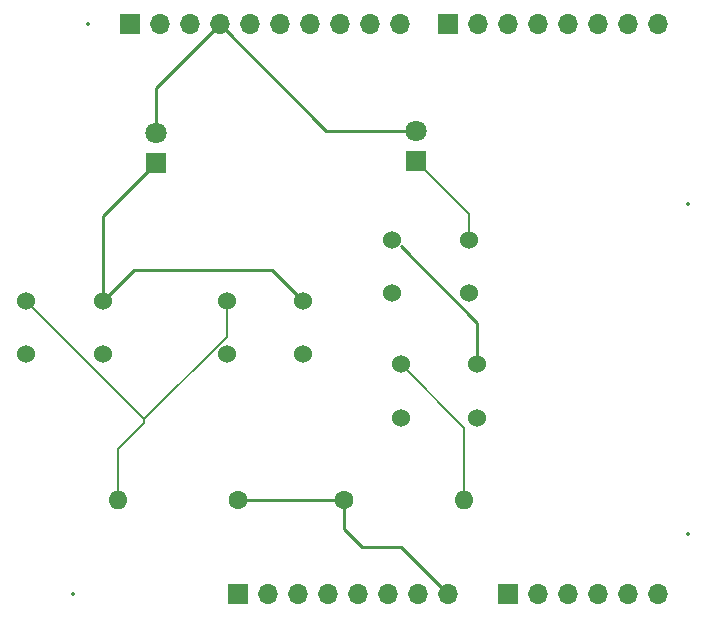
<source format=gtl>
%TF.GenerationSoftware,KiCad,Pcbnew,8.0.0*%
%TF.CreationDate,2024-03-19T17:26:08-04:00*%
%TF.ProjectId,1_arduino_project,315f6172-6475-4696-9e6f-5f70726f6a65,rev?*%
%TF.SameCoordinates,Original*%
%TF.FileFunction,Copper,L1,Top*%
%TF.FilePolarity,Positive*%
%FSLAX46Y46*%
G04 Gerber Fmt 4.6, Leading zero omitted, Abs format (unit mm)*
G04 Created by KiCad (PCBNEW 8.0.0) date 2024-03-19 17:26:08*
%MOMM*%
%LPD*%
G01*
G04 APERTURE LIST*
%TA.AperFunction,ComponentPad*%
%ADD10R,1.700000X1.700000*%
%TD*%
%TA.AperFunction,ComponentPad*%
%ADD11O,1.700000X1.700000*%
%TD*%
%TA.AperFunction,ComponentPad*%
%ADD12C,1.600000*%
%TD*%
%TA.AperFunction,ComponentPad*%
%ADD13O,1.600000X1.600000*%
%TD*%
%TA.AperFunction,ComponentPad*%
%ADD14C,1.524000*%
%TD*%
%TA.AperFunction,ComponentPad*%
%ADD15R,1.800000X1.800000*%
%TD*%
%TA.AperFunction,ComponentPad*%
%ADD16C,1.800000*%
%TD*%
%TA.AperFunction,Conductor*%
%ADD17C,0.250000*%
%TD*%
%TA.AperFunction,Conductor*%
%ADD18C,0.200000*%
%TD*%
%ADD19C,0.350000*%
G04 APERTURE END LIST*
D10*
%TO.P,J1,1,Pin_1*%
%TO.N,unconnected-(J1-Pin_1-Pad1)*%
X27940000Y2540000D03*
D11*
%TO.P,J1,2,Pin_2*%
%TO.N,/IOREF*%
X30480000Y2540000D03*
%TO.P,J1,3,Pin_3*%
%TO.N,/~{RESET}*%
X33020000Y2540000D03*
%TO.P,J1,4,Pin_4*%
%TO.N,+3V3*%
X35560000Y2540000D03*
%TO.P,J1,5,Pin_5*%
%TO.N,+5V*%
X38100000Y2540000D03*
%TO.P,J1,6,Pin_6*%
%TO.N,GND*%
X40640000Y2540000D03*
%TO.P,J1,7,Pin_7*%
X43180000Y2540000D03*
%TO.P,J1,8,Pin_8*%
%TO.N,VCC*%
X45720000Y2540000D03*
%TD*%
D10*
%TO.P,J3,1,Pin_1*%
%TO.N,/A0*%
X50800000Y2540000D03*
D11*
%TO.P,J3,2,Pin_2*%
%TO.N,/A1*%
X53340000Y2540000D03*
%TO.P,J3,3,Pin_3*%
%TO.N,/A2*%
X55880000Y2540000D03*
%TO.P,J3,4,Pin_4*%
%TO.N,/A3*%
X58420000Y2540000D03*
%TO.P,J3,5,Pin_5*%
%TO.N,/SDA{slash}A4*%
X60960000Y2540000D03*
%TO.P,J3,6,Pin_6*%
%TO.N,/SCL{slash}A5*%
X63500000Y2540000D03*
%TD*%
D10*
%TO.P,J2,1,Pin_1*%
%TO.N,/SCL{slash}A5*%
X18796000Y50800000D03*
D11*
%TO.P,J2,2,Pin_2*%
%TO.N,/SDA{slash}A4*%
X21336000Y50800000D03*
%TO.P,J2,3,Pin_3*%
%TO.N,/AREF*%
X23876000Y50800000D03*
%TO.P,J2,4,Pin_4*%
%TO.N,GND*%
X26416000Y50800000D03*
%TO.P,J2,5,Pin_5*%
%TO.N,/13*%
X28956000Y50800000D03*
%TO.P,J2,6,Pin_6*%
%TO.N,/12*%
X31496000Y50800000D03*
%TO.P,J2,7,Pin_7*%
%TO.N,/\u002A11*%
X34036000Y50800000D03*
%TO.P,J2,8,Pin_8*%
%TO.N,/\u002A10*%
X36576000Y50800000D03*
%TO.P,J2,9,Pin_9*%
%TO.N,/\u002A9*%
X39116000Y50800000D03*
%TO.P,J2,10,Pin_10*%
%TO.N,/8*%
X41656000Y50800000D03*
%TD*%
D10*
%TO.P,J4,1,Pin_1*%
%TO.N,/7*%
X45720000Y50800000D03*
D11*
%TO.P,J4,2,Pin_2*%
%TO.N,/\u002A6*%
X48260000Y50800000D03*
%TO.P,J4,3,Pin_3*%
%TO.N,/\u002A5*%
X50800000Y50800000D03*
%TO.P,J4,4,Pin_4*%
%TO.N,/4*%
X53340000Y50800000D03*
%TO.P,J4,5,Pin_5*%
%TO.N,/\u002A3*%
X55880000Y50800000D03*
%TO.P,J4,6,Pin_6*%
%TO.N,/2*%
X58420000Y50800000D03*
%TO.P,J4,7,Pin_7*%
%TO.N,/TX{slash}1*%
X60960000Y50800000D03*
%TO.P,J4,8,Pin_8*%
%TO.N,/RX{slash}0*%
X63500000Y50800000D03*
%TD*%
D12*
%TO.P,R1,1*%
%TO.N,VCC*%
X36920000Y10500000D03*
D13*
%TO.P,R1,2*%
%TO.N,Net-(R1-Pad2)*%
X47080000Y10500000D03*
%TD*%
D12*
%TO.P,R2,1*%
%TO.N,VCC*%
X28000000Y10500000D03*
D13*
%TO.P,R2,2*%
%TO.N,Net-(R2-Pad2)*%
X17840000Y10500000D03*
%TD*%
D14*
%TO.P,SW3,1,1*%
%TO.N,Net-(R2-Pad2)*%
X10000000Y27350000D03*
%TO.P,SW3,2,2*%
%TO.N,Net-(D2-K)*%
X16500000Y27350000D03*
%TO.P,SW3,3*%
%TO.N,N/C*%
X16500000Y22850000D03*
%TO.P,SW3,4*%
X10000000Y22850000D03*
%TD*%
D15*
%TO.P,D1,1,K*%
%TO.N,Net-(D1-K)*%
X43000000Y39225000D03*
D16*
%TO.P,D1,2,A*%
%TO.N,GND*%
X43000000Y41765000D03*
%TD*%
D14*
%TO.P,SW2,1,1*%
%TO.N,Net-(SW1-Pad2)*%
X41000000Y32500000D03*
%TO.P,SW2,2,2*%
%TO.N,Net-(D1-K)*%
X47500000Y32500000D03*
%TO.P,SW2,3*%
%TO.N,N/C*%
X47500000Y28000000D03*
%TO.P,SW2,4*%
X41000000Y28000000D03*
%TD*%
D15*
%TO.P,D2,1,K*%
%TO.N,Net-(D2-K)*%
X21000000Y39075000D03*
D16*
%TO.P,D2,2,A*%
%TO.N,GND*%
X21000000Y41615000D03*
%TD*%
D14*
%TO.P,SW4,1,1*%
%TO.N,Net-(R2-Pad2)*%
X27000000Y27350000D03*
%TO.P,SW4,2,2*%
%TO.N,Net-(D2-K)*%
X33500000Y27350000D03*
%TO.P,SW4,3*%
%TO.N,N/C*%
X33500000Y22850000D03*
%TO.P,SW4,4*%
X27000000Y22850000D03*
%TD*%
%TO.P,SW1,1,1*%
%TO.N,Net-(R1-Pad2)*%
X41725000Y22000000D03*
%TO.P,SW1,2,2*%
%TO.N,Net-(SW1-Pad2)*%
X48225000Y22000000D03*
%TO.P,SW1,3*%
%TO.N,N/C*%
X48225000Y17500000D03*
%TO.P,SW1,4*%
X41725000Y17500000D03*
%TD*%
D17*
%TO.N,GND*%
X21000000Y41615000D02*
X21000000Y45384000D01*
X21000000Y45384000D02*
X26416000Y50800000D01*
X43000000Y41765000D02*
X35451000Y41765000D01*
X35451000Y41765000D02*
X26416000Y50800000D01*
%TO.N,VCC*%
X41760000Y6500000D02*
X38500000Y6500000D01*
X38500000Y6500000D02*
X36920000Y8080000D01*
X36920000Y10500000D02*
X28000000Y10500000D01*
X36920000Y8080000D02*
X36920000Y10500000D01*
X45720000Y2540000D02*
X41760000Y6500000D01*
D18*
%TO.N,Net-(D1-K)*%
X47500000Y34725000D02*
X43000000Y39225000D01*
X47500000Y32500000D02*
X47500000Y34725000D01*
D17*
%TO.N,Net-(D2-K)*%
X16500000Y27350000D02*
X16500000Y34575000D01*
X16500000Y27350000D02*
X19150000Y30000000D01*
X19150000Y30000000D02*
X30850000Y30000000D01*
X30850000Y30000000D02*
X33500000Y27350000D01*
X16500000Y34575000D02*
X21000000Y39075000D01*
D18*
%TO.N,Net-(R1-Pad2)*%
X47080000Y16645000D02*
X41725000Y22000000D01*
X47080000Y10500000D02*
X47080000Y16645000D01*
%TO.N,Net-(R2-Pad2)*%
X17840000Y14840000D02*
X20000000Y17000000D01*
X20000000Y17351895D02*
X19998105Y17351895D01*
X20000000Y17351895D02*
X27000000Y24351895D01*
X20000000Y17000000D02*
X20000000Y17351895D01*
X19998105Y17351895D02*
X10000000Y27350000D01*
X17840000Y10500000D02*
X17840000Y14840000D01*
X27000000Y24351895D02*
X27000000Y27350000D01*
D17*
%TO.N,Net-(SW1-Pad2)*%
X48225000Y22000000D02*
X48225000Y25500000D01*
X48225000Y25500000D02*
X41725000Y32000000D01*
%TD*%
D19*
X27940000Y2540000D03*
X30480000Y2540000D03*
X33020000Y2540000D03*
X35560000Y2540000D03*
X38100000Y2540000D03*
X40640000Y2540000D03*
X43180000Y2540000D03*
X45720000Y2540000D03*
X50800000Y2540000D03*
X53340000Y2540000D03*
X55880000Y2540000D03*
X58420000Y2540000D03*
X60960000Y2540000D03*
X63500000Y2540000D03*
X18796000Y50800000D03*
X21336000Y50800000D03*
X23876000Y50800000D03*
X26416000Y50800000D03*
X28956000Y50800000D03*
X31496000Y50800000D03*
X34036000Y50800000D03*
X36576000Y50800000D03*
X39116000Y50800000D03*
X41656000Y50800000D03*
X45720000Y50800000D03*
X48260000Y50800000D03*
X50800000Y50800000D03*
X53340000Y50800000D03*
X55880000Y50800000D03*
X58420000Y50800000D03*
X60960000Y50800000D03*
X63500000Y50800000D03*
X36920000Y10500000D03*
X47080000Y10500000D03*
X28000000Y10500000D03*
X17840000Y10500000D03*
X10000000Y27350000D03*
X16500000Y27350000D03*
X16500000Y22850000D03*
X10000000Y22850000D03*
X43000000Y39225000D03*
X43000000Y41765000D03*
X15240000Y50800000D03*
X41000000Y32500000D03*
X47500000Y32500000D03*
X47500000Y28000000D03*
X41000000Y28000000D03*
X21000000Y39075000D03*
X21000000Y41615000D03*
X27000000Y27350000D03*
X33500000Y27350000D03*
X33500000Y22850000D03*
X27000000Y22850000D03*
X41725000Y22000000D03*
X48225000Y22000000D03*
X48225000Y17500000D03*
X41725000Y17500000D03*
X13970000Y2540000D03*
X66040000Y35560000D03*
X66040000Y7620000D03*
M02*

</source>
